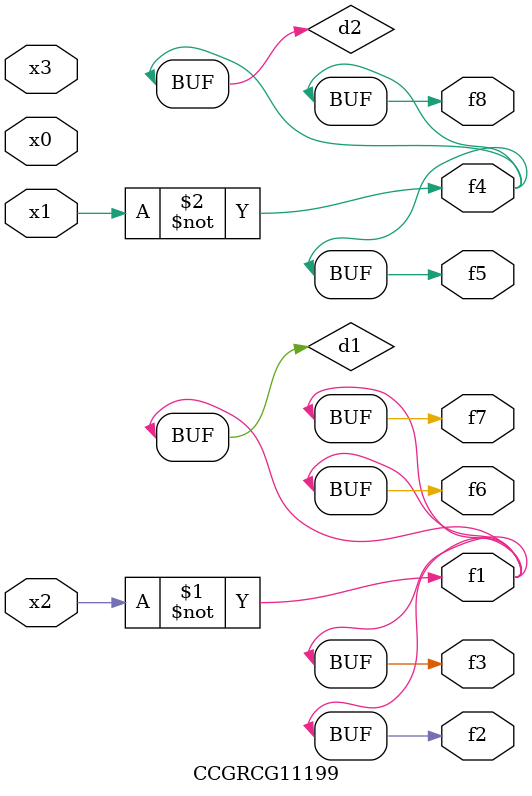
<source format=v>
module CCGRCG11199(
	input x0, x1, x2, x3,
	output f1, f2, f3, f4, f5, f6, f7, f8
);

	wire d1, d2;

	xnor (d1, x2);
	not (d2, x1);
	assign f1 = d1;
	assign f2 = d1;
	assign f3 = d1;
	assign f4 = d2;
	assign f5 = d2;
	assign f6 = d1;
	assign f7 = d1;
	assign f8 = d2;
endmodule

</source>
